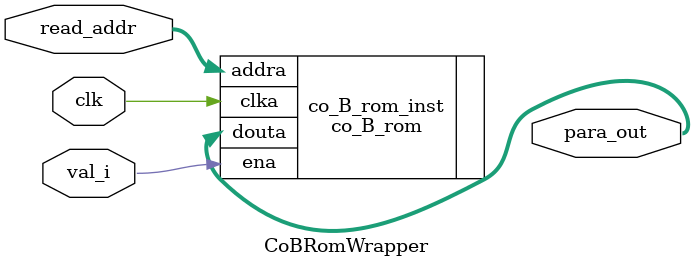
<source format=v>
`timescale 1ns / 1ps


module CoBRomWrapper(
    input clk,
    input val_i,
    input [9:0] read_addr,
    output [15:0] para_out
    );
    
    co_B_rom co_B_rom_inst (
      .clka(clk),    // input wire clka
      .ena(val_i),
      .addra(read_addr),  // input wire [9 : 0] addra
      .douta(para_out)  // output wire [35 : 0] douta
    );
endmodule

</source>
